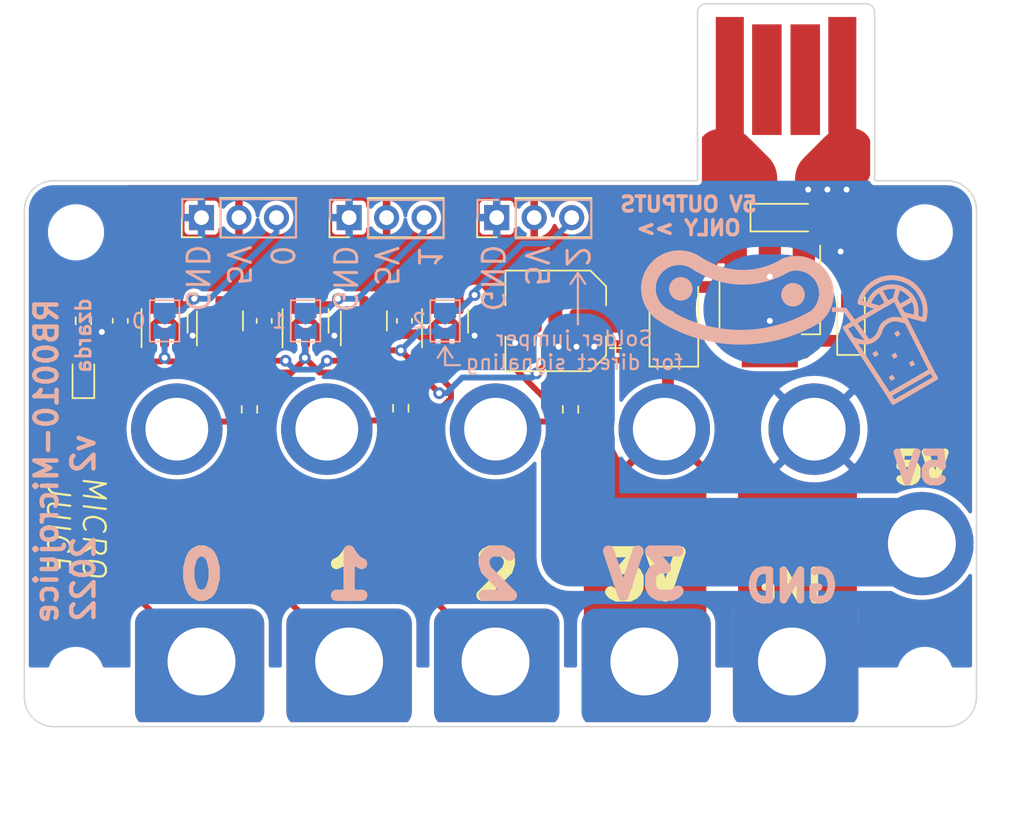
<source format=kicad_pcb>
(kicad_pcb (version 20211014) (generator pcbnew)
  (layers (0 "F.Cu" signal) (31 "B.Cu" signal) (34 "B.Paste" user) (35 "F.Paste" user) (36 "B.SilkS" user "B.Silkscreen") (37 "F.SilkS" user "F.Silkscreen") (38 "B.Mask" user) (39 "F.Mask" user) (44 "Edge.Cuts" user))
  (net 0 "")
  (net 1 "GND")
  (net 4 "+3V0")
  (net 5 "VBUS")
  (net 6 "Net-(H7-Pad1)")
  (net 7 "Net-(H8-Pad1)")
  (net 8 "Net-(H9-Pad1)")
  (net 10 "Net-(D4-Pad2)")
  (net 11 "Net-(D2-Pad1)")
  (net 12 "Net-(D2-Pad2)")
  (net 13 "Net-(D3-Pad2)")
  (net 14 "Net-(J3-Pad3)")
  (net 15 "Net-(C6-Pad1)")
  (net 16 "Net-(J4-Pad3)")
  (net 17 "Net-(JP3-Pad1)")
  (footprint "Resistor_SMD:R_0603_1608Metric" (layer "F.Cu") (at 115.5 115.425 90)
    (fp_text reference "R2" hide)
    (fp_text value "220")
    (pad "1" smd roundrect (at -0.825 0 90) (size 0.8 0.95) (layers "F.Cu" "F.Paste" "F.Mask") (net 7 "Net-(H8-Pad1)"))
    (pad "2" smd roundrect (at 0.825 0 90) (size 0.8 0.95) (layers "F.Cu" "F.Paste" "F.Mask") (net 12 "Net-(D2-Pad2)"))
  )
  (footprint "Package_TO_SOT_SMD:SOT-23" (layer "F.Cu") (at 113 109.5 90)
    (fp_text reference "D3" hide)
    (fp_text value "BAT54C")
    (pad "1" smd roundrect (at -0.9375 -0.95 90) (size 1.475 0.6) (layers "F.Cu" "F.Paste" "F.Mask"))
    (pad "2" smd roundrect (at -0.9375 0.95 90) (size 1.475 0.6) (layers "F.Cu" "F.Paste" "F.Mask") (net 13 "Net-(D3-Pad2)"))
    (pad "3" smd roundrect (at 0.9375 0 90) (size 1.475 0.6) (layers "F.Cu" "F.Paste" "F.Mask") (net 4 "+3V0"))
  )
  (footprint "footprints:SpuntDira" (layer "F.Cu") (at 150.8 124.6)
    (fp_text reference "H6" hide)
    (fp_text value "MountingHole_Pad")
    (pad "1" thru_hole circle (at 0 0) (size 7 7) (drill 4.6) (layers *.Cu *.Mask) (net 5 "VBUS"))
  )
  (footprint "Package_TO_SOT_SMD:SOT-23-5" (layer "F.Cu") (at 118.5 109.5 90)
    (fp_text reference "U4" hide)
    (fp_text value "74AHCT1G125")
    (pad "1" smd roundrect (at -1.1375 -0.95 90) (size 1.325 0.6) (layers "F.Cu" "F.Paste" "F.Mask") (net 1 "GND"))
    (pad "2" smd roundrect (at -1.1375 0 90) (size 1.325 0.6) (layers "F.Cu" "F.Paste" "F.Mask") (net 13 "Net-(D3-Pad2)"))
    (pad "3" smd roundrect (at -1.1375 0.95 90) (size 1.325 0.6) (layers "F.Cu" "F.Paste" "F.Mask") (net 1 "GND"))
    (pad "4" smd roundrect (at 1.1375 0.95 90) (size 1.325 0.6) (layers "F.Cu" "F.Paste" "F.Mask") (net 17 "Net-(JP3-Pad1)"))
    (pad "5" smd roundrect (at 1.1375 -0.95 90) (size 1.325 0.6) (layers "F.Cu" "F.Paste" "F.Mask") (net 5 "VBUS"))
  )
  (footprint "footprints:SpuntDira" (layer "F.Cu") (at 132 132.588)
    (fp_text reference "H10" hide)
    (fp_text value "MountingHole_Pad")
    (pad "1" thru_hole circle (at 0 0) (size 7 7) (drill 4.6) (layers *.Cu *.Mask) (net 4 "+3V0"))
  )
  (footprint "Capacitor_SMD:CP_Elec_6.3x5.4_Nichicon" (layer "F.Cu") (at 126 109.5 180)
    (fp_text reference "C1" hide)
    (fp_text value "100u")
    (pad "1" smd roundrect (at -2.7 0 180) (size 3.5 1.6) (layers "F.Cu" "F.Paste" "F.Mask") (roundrect_rratio 0.15625) (net 5 "VBUS"))
    (pad "2" smd roundrect (at 2.7 0 180) (size 3.5 1.6) (layers "F.Cu" "F.Paste" "F.Mask") (roundrect_rratio 0.15625) (net 1 "GND"))
  )
  (footprint "Package_TO_SOT_SMD:SOT-23" (layer "F.Cu") (at 103.25 109.5 90)
    (fp_text reference "D2" hide)
    (fp_text value "BAT54C")
    (pad "1" smd roundrect (at -0.9375 -0.95 90) (size 1.475 0.6) (layers "F.Cu" "F.Paste" "F.Mask") (net 11 "Net-(D2-Pad1)"))
    (pad "2" smd roundrect (at -0.9375 0.95 90) (size 1.475 0.6) (layers "F.Cu" "F.Paste" "F.Mask") (net 12 "Net-(D2-Pad2)"))
    (pad "3" smd roundrect (at 0.9375 0 90) (size 1.475 0.6) (layers "F.Cu" "F.Paste" "F.Mask") (net 4 "+3V0"))
  )
  (footprint "Diode_SMD:D_SMA" (layer "F.Cu") (at 134 109.2 90)
    (fp_text reference "D1" hide)
    (fp_text value "D")
    (pad "1" smd rect (at -2 0 90) (size 2.5 1.8) (layers "F.Cu" "F.Paste" "F.Mask") (net 4 "+3V0"))
    (pad "2" smd rect (at 2 0 90) (size 2.5 1.8) (layers "F.Cu" "F.Paste" "F.Mask") (net 15 "Net-(C6-Pad1)"))
  )
  (footprint "MountingHole:MountingHole_3.2mm_M3" (layer "F.Cu") (at 151 133.5)
    (fp_text reference "H12" hide)
    (fp_text value "MountingHole")
    (pad "" np_thru_hole circle (at 0 0) (size 3.2 3.2) (drill 3.2) (layers *.Cu *.Mask))
  )
  (footprint "footprints:SMTSO30" (layer "F.Cu") (at 121.92 116.84 180)
    (fp_text reference "H9" hide)
    (fp_text value "MountingHole_Pad")
    (pad "1" thru_hole circle (at 0 0 270) (size 6.2 6.2) (drill 4.25) (layers *.Cu *.Mask) (net 8 "Net-(H9-Pad1)"))
  )
  (footprint "Capacitor_SMD:C_0603_1608Metric" (layer "F.Cu") (at 96.5 109.5 90)
    (fp_text reference "C4" hide)
    (fp_text value "470n")
    (pad "1" smd roundrect (at -0.775 0 90) (size 0.9 0.95) (layers "F.Cu" "F.Paste" "F.Mask") (net 1 "GND"))
    (pad "2" smd roundrect (at 0.775 0 90) (size 0.9 0.95) (layers "F.Cu" "F.Paste" "F.Mask") (net 5 "VBUS"))
  )
  (footprint "MountingHole:MountingHole_3.2mm_M3" (layer "F.Cu") (at 93.5 133.5)
    (fp_text reference "H15" hide)
    (fp_text value "MountingHole")
    (pad "" np_thru_hole circle (at 0 0) (size 3.2 3.2) (drill 3.2) (layers *.Cu *.Mask))
  )
  (footprint "Capacitor_SMD:C_0603_1608Metric" (layer "F.Cu") (at 115.75 109.5 90)
    (fp_text reference "C5" hide)
    (fp_text value "470n")
    (pad "1" smd roundrect (at -0.775 0 90) (size 0.9 0.95) (layers "F.Cu" "F.Paste" "F.Mask") (net 1 "GND"))
    (pad "2" smd roundrect (at 0.775 0 90) (size 0.9 0.95) (layers "F.Cu" "F.Paste" "F.Mask") (net 5 "VBUS"))
  )
  (footprint "Capacitor_SMD:C_0603_1608Metric" (layer "F.Cu") (at 106.25 109.5 90)
    (fp_text reference "C3" hide)
    (fp_text value "470n")
    (pad "1" smd roundrect (at -0.775 0 90) (size 0.9 0.95) (layers "F.Cu" "F.Paste" "F.Mask") (net 1 "GND"))
    (pad "2" smd roundrect (at 0.775 0 90) (size 0.9 0.95) (layers "F.Cu" "F.Paste" "F.Mask") (net 5 "VBUS"))
  )
  (footprint "Connector_PinHeader_2.54mm:PinHeader_1x03_P2.54mm_Vertical" (layer "F.Cu") (at 122 102.5 90)
    (fp_text reference "J5" hide)
    (fp_text value "Conn_01x03_Male")
    (pad "1" thru_hole rect (at 0 0 90) (size 1.7 1.7) (drill 1) (layers *.Cu *.Mask) (net 1 "GND"))
    (pad "2" thru_hole oval (at 0 2.54 90) (size 1.7 1.7) (drill 1) (layers *.Cu *.Mask) (net 5 "VBUS"))
    (pad "3" thru_hole oval (at 0 5.08 90) (size 1.7 1.7) (drill 1) (layers *.Cu *.Mask) (net 17 "Net-(JP3-Pad1)"))
  )
  (footprint "Capacitor_Tantalum_SMD:CP_EIA-3216-18_Kemet-A" (layer "F.Cu") (at 146 109.5 90)
    (fp_text reference "C6" hide)
    (fp_text value "10u")
    (pad "1" smd roundrect (at -1.35 0 90) (size 1.4 1.35) (layers "F.Cu" "F.Paste" "F.Mask") (roundrect_rratio 0.185185) (net 15 "Net-(C6-Pad1)"))
    (pad "2" smd roundrect (at 1.35 0 90) (size 1.4 1.35) (layers "F.Cu" "F.Paste" "F.Mask") (roundrect_rratio 0.185185) (net 1 "GND"))
  )
  (footprint "Package_TO_SOT_SMD:SOT-23-5" (layer "F.Cu") (at 109.05 109.5 90)
    (fp_text reference "U3" hide)
    (fp_text value "74AHCT1G125")
    (pad "1" smd roundrect (at -1.1375 -0.95 90) (size 1.325 0.6) (layers "F.Cu" "F.Paste" "F.Mask") (net 1 "GND"))
    (pad "2" smd roundrect (at -1.1375 0 90) (size 1.325 0.6) (layers "F.Cu" "F.Paste" "F.Mask") (net 12 "Net-(D2-Pad2)"))
    (pad "3" smd roundrect (at -1.1375 0.95 90) (size 1.325 0.6) (layers "F.Cu" "F.Paste" "F.Mask") (net 1 "GND"))
    (pad "4" smd roundrect (at 1.1375 0.95 90) (size 1.325 0.6) (layers "F.Cu" "F.Paste" "F.Mask") (net 16 "Net-(J4-Pad3)"))
    (pad "5" smd roundrect (at 1.1375 -0.95 90) (size 1.325 0.6) (layers "F.Cu" "F.Paste" "F.Mask") (net 5 "VBUS"))
  )
  (footprint "Capacitor_Tantalum_SMD:CP_EIA-3216-18_Kemet-A" (layer "F.Cu") (at 141.5 102.5)
    (fp_text reference "C2" hide)
    (fp_text value "10u")
    (pad "1" smd roundrect (at -1.35 0) (size 1.4 1.35) (layers "F.Cu" "F.Paste" "F.Mask") (roundrect_rratio 0.185185) (net 5 "VBUS"))
    (pad "2" smd roundrect (at 1.35 0) (size 1.4 1.35) (layers "F.Cu" "F.Paste" "F.Mask") (roundrect_rratio 0.185185) (net 1 "GND"))
  )
  (footprint "Connector_PinHeader_2.54mm:PinHeader_1x03_P2.54mm_Vertical" (layer "F.Cu") (at 112 102.5 90)
    (fp_text reference "J4" hide)
    (fp_text value "Conn_01x03_Male")
    (pad "1" thru_hole rect (at 0 0 90) (size 1.7 1.7) (drill 1) (layers *.Cu *.Mask) (net 1 "GND"))
    (pad "2" thru_hole oval (at 0 2.54 90) (size 1.7 1.7) (drill 1) (layers *.Cu *.Mask) (net 5 "VBUS"))
    (pad "3" thru_hole oval (at 0 5.08 90) (size 1.7 1.7) (drill 1) (layers *.Cu *.Mask) (net 16 "Net-(J4-Pad3)"))
  )
  (footprint "Resistor_SMD:R_0603_1608Metric" (layer "F.Cu") (at 105.25 115.5 90)
    (fp_text reference "R1" hide)
    (fp_text value "220")
    (pad "1" smd roundrect (at -0.825 0 90) (size 0.8 0.95) (layers "F.Cu" "F.Paste" "F.Mask") (net 6 "Net-(H7-Pad1)"))
    (pad "2" smd roundrect (at 0.825 0 90) (size 0.8 0.95) (layers "F.Cu" "F.Paste" "F.Mask") (net 11 "Net-(D2-Pad1)"))
  )
  (footprint "Package_TO_SOT_SMD:SOT-223-3_TabPin2" (layer "F.Cu") (at 140.5 108.5 -90)
    (fp_text reference "U1" hide)
    (fp_text value "AMS1117-3.3")
    (pad "1" smd rect (at -3.15 -2.3 270) (size 2 1.5) (layers "F.Cu" "F.Paste" "F.Mask") (net 1 "GND"))
    (pad "2" smd rect (at -3.15 0 270) (size 2 1.5) (layers "F.Cu" "F.Paste" "F.Mask") (net 15 "Net-(C6-Pad1)"))
    (pad "2" smd rect (at 3.15 0 270) (size 2 3.8) (layers "F.Cu" "F.Paste" "F.Mask") (net 15 "Net-(C6-Pad1)"))
    (pad "3" smd rect (at -3.15 2.3 270) (size 2 1.5) (layers "F.Cu" "F.Paste" "F.Mask") (net 5 "VBUS"))
  )
  (footprint "MountingHole:MountingHole_3.2mm_M3" (layer "F.Cu") (at 151 103.5)
    (fp_text reference "H13" hide)
    (fp_text value "MountingHole")
    (pad "" np_thru_hole circle (at 0 0) (size 3.2 3.2) (drill 3.2) (layers *.Cu *.Mask))
  )
  (footprint "footprints:SMTSO30" (layer "F.Cu") (at 100.33 116.84 180)
    (fp_text reference "H7" hide)
    (fp_text value "MountingHole_Pad")
    (pad "1" thru_hole circle (at 0 0 270) (size 6.2 6.2) (drill 4.25) (layers *.Cu *.Mask) (net 6 "Net-(H7-Pad1)"))
  )
  (footprint "footprints:SMTSO30" (layer "F.Cu") (at 143.51 116.84)
    (fp_text reference "H5" hide)
    (fp_text value "MountingHole_Pad")
    (pad "1" thru_hole circle (at 0 0 90) (size 6.2 6.2) (drill 4.25) (layers *.Cu *.Mask) (net 1 "GND"))
  )
  (footprint "footprints:SpuntDira" (layer "F.Cu") (at 112 132.588)
    (fp_text reference "H2" hide)
    (fp_text value "MountingHole_Pad")
    (pad "1" thru_hole circle (at 0 0) (size 7 7) (drill 4.6) (layers *.Cu *.Mask) (net 12 "Net-(D2-Pad2)"))
  )
  (footprint "Package_TO_SOT_SMD:SOT-23-5" (layer "F.Cu") (at 99.5 109.5 90)
    (fp_text reference "U2" hide)
    (fp_text value "74AHCT1G125")
    (pad "1" smd roundrect (at -1.1375 -0.95 90) (size 1.325 0.6) (layers "F.Cu" "F.Paste" "F.Mask") (net 1 "GND"))
    (pad "2" smd roundrect (at -1.1375 0 90) (size 1.325 0.6) (layers "F.Cu" "F.Paste" "F.Mask") (net 11 "Net-(D2-Pad1)"))
    (pad "3" smd roundrect (at -1.1375 0.95 90) (size 1.325 0.6) (layers "F.Cu" "F.Paste" "F.Mask") (net 1 "GND"))
    (pad "4" smd roundrect (at 1.1375 0.95 90) (size 1.325 0.6) (layers "F.Cu" "F.Paste" "F.Mask") (net 14 "Net-(J3-Pad3)"))
    (pad "5" smd roundrect (at 1.1375 -0.95 90) (size 1.325 0.6) (layers "F.Cu" "F.Paste" "F.Mask") (net 5 "VBUS"))
  )
  (footprint "RoboCamp:usb-PCB" (layer "F.Cu") (at 141.6 88 180)
    (fp_text reference "J1" hide)
    (fp_text value "USB_A" hide)
    (pad "1" connect rect locked (at 3.81 -4.9 180) (size 1.9 8) (layers "F.Cu" "F.Mask") (net 5 "VBUS"))
    (pad "2" connect rect locked (at 1.3 -5.15 180) (size 2 7.5) (layers "F.Cu" "F.Mask"))
    (pad "3" connect rect locked (at -1.3 -5.15 180) (size 2 7.5) (layers "F.Cu" "F.Mask"))
    (pad "4" connect rect locked (at -3.81 -4.9 180) (size 1.9 8) (layers "F.Cu" "F.Mask") (net 1 "GND"))
  )
  (footprint "Resistor_SMD:R_0603_1608Metric" (layer "F.Cu") (at 94 109.5 -90)
    (fp_text reference "R4" hide)
    (fp_text value "4k7")
    (pad "1" smd roundrect (at -0.825 0 270) (size 0.8 0.95) (layers "F.Cu" "F.Paste" "F.Mask") (net 5 "VBUS"))
    (pad "2" smd roundrect (at 0.825 0 270) (size 0.8 0.95) (layers "F.Cu" "F.Paste" "F.Mask") (net 10 "Net-(D4-Pad2)"))
  )
  (footprint "footprints:SpuntDira" (layer "F.Cu") (at 142 132.588)
    (fp_text reference "H11" hide)
    (fp_text value "MountingHole_Pad")
    (pad "1" thru_hole circle (at 0 0) (size 7 7) (drill 4.6) (layers *.Cu *.Mask) (net 1 "GND"))
  )
  (footprint "footprints:SpuntDira" (layer "F.Cu") (at 102 132.588)
    (fp_text reference "H1" hide)
    (fp_text value "MountingHole_Pad")
    (pad "1" thru_hole circle (at 0 0) (size 7 7) (drill 4.6) (layers *.Cu *.Mask) (net 11 "Net-(D2-Pad1)"))
  )
  (footprint "LED_SMD:LED_0603_1608Metric" (layer "F.Cu") (at 94 113.25 90)
    (fp_text reference "D4" hide)
    (fp_text value "Yellow")
    (pad "1" smd roundrect (at -0.7875 0 90) (size 0.875 0.95) (layers "F.Cu" "F.Paste" "F.Mask") (net 1 "GND"))
    (pad "2" smd roundrect (at 0.7875 0 90) (size 0.875 0.95) (layers "F.Cu" "F.Paste" "F.Mask") (net 10 "Net-(D4-Pad2)"))
  )
  (footprint "Connector_PinHeader_2.54mm:PinHeader_1x03_P2.54mm_Vertical" (layer "F.Cu") (at 102 102.5 90)
    (fp_text reference "J3" hide)
    (fp_text value "Conn_01x03_Male")
    (pad "1" thru_hole rect (at 0 0 90) (size 1.7 1.7) (drill 1) (layers *.Cu *.Mask) (net 1 "GND"))
    (pad "2" thru_hole oval (at 0 2.54 90) (size 1.7 1.7) (drill 1) (layers *.Cu *.Mask) (net 5 "VBUS"))
    (pad "3" thru_hole oval (at 0 5.08 90) (size 1.7 1.7) (drill 1) (layers *.Cu *.Mask) (net 14 "Net-(J3-Pad3)"))
  )
  (footprint "footprints:SMTSO30" (layer "F.Cu") (at 110.49 116.84 180)
    (fp_text reference "H8" hide)
    (fp_text value "MountingHole_Pad")
    (pad "1" thru_hole circle (at 0 0 270) (size 6.2 6.2) (drill 4.25) (layers *.Cu *.Mask) (net 7 "Net-(H8-Pad1)"))
  )
  (footprint "Resistor_SMD:R_0603_1608Metric" (layer "F.Cu") (at 127 115.5 90)
    (fp_text reference "R3" hide)
    (fp_text value "220")
    (pad "1" smd roundrect (at -0.825 0 90) (size 0.8 0.95) (layers "F.Cu" "F.Paste" "F.Mask") (net 8 "Net-(H9-Pad1)"))
    (pad "2" smd roundrect (at 0.825 0 90) (size 0.8 0.95) (layers "F.Cu" "F.Paste" "F.Mask") (net 13 "Net-(D3-Pad2)"))
  )
  (footprint "footprints:SpuntDira" (layer "F.Cu") (at 121.92 132.588)
    (fp_text reference "H3" hide)
    (fp_text value "MountingHole_Pad")
    (pad "1" thru_hole circle (at 0 0) (size 7 7) (drill 4.6) (layers *.Cu *.Mask) (net 13 "Net-(D3-Pad2)"))
  )
  (footprint "MountingHole:MountingHole_3.2mm_M3" (layer "F.Cu") (at 93.5 103.5)
    (fp_text reference "H14" hide)
    (fp_text value "MountingHole")
    (pad "" np_thru_hole circle (at 0 0) (size 3.2 3.2) (drill 3.2) (layers *.Cu *.Mask))
  )
  (footprint "footprints:SMTSO30" (layer "F.Cu") (at 133.35 116.84)
    (fp_text reference "H4" hide)
    (fp_text value "MountingHole_Pad")
    (pad "1" thru_hole circle (at 0 0 90) (size 6.2 6.2) (drill 4.25) (layers *.Cu *.Mask) (net 4 "+3V0"))
  )
  (footprint "Jumper:SolderJumper-2_P1.3mm_Open_TrianglePad1.0x1.5mm" (layer "B.Cu") (at 99.5 109.5 -90)
    (fp_text reference "JP1" hide)
    (fp_text value "SolderJumper_2_Open")
    (pad "1" smd custom (at -0.725 0 270) (size 0.3 0.3) (layers "B.Cu" "B.Mask") (net 14 "Net-(J3-Pad3)") (options (clearance outline) (anchor rect)) (primitives (gr_poly (pts (xy 1 0) (xy 0.5 -0.75) (xy -0.5 -0.75) (xy -0.5 0.75) (xy 0.5 0.75)) (width 0) (fill yes))))
    (pad "2" smd custom (at 0.725 0 270) (size 0.3 0.3) (layers "B.Cu" "B.Mask") (net 11 "Net-(D2-Pad1)") (options (clearance outline) (anchor rect)) (primitives (gr_poly (pts (xy 0.5 -0.75) (xy -0.65 -0.75) (xy -0.15 0) (xy -0.65 0.75) (xy 0.5 0.75)) (width 0) (fill yes))))
  )
  (footprint "LOGO" (layer "B.Cu") (at 149.07196 110.479197 -150)
    (fp_text reference "Gw" hide)
    (fp_text value "LOGO" hide)
  )
  (footprint "Jumper:SolderJumper-2_P1.3mm_Open_TrianglePad1.0x1.5mm" (layer "B.Cu") (at 109.05 109.5 -90)
    (fp_text reference "JP2" hide)
    (fp_text value "SolderJumper_2_Open")
    (pad "1" smd custom (at -0.725 0 270) (size 0.3 0.3) (layers "B.Cu" "B.Mask") (net 16 "Net-(J4-Pad3)") (options (clearance outline) (anchor rect)) (primitives (gr_poly (pts (xy 1 0) (xy 0.5 -0.75) (xy -0.5 -0.75) (xy -0.5 0.75) (xy 0.5 0.75)) (width 0) (fill yes))))
    (pad "2" smd custom (at 0.725 0 270) (size 0.3 0.3) (layers "B.Cu" "B.Mask") (net 12 "Net-(D2-Pad2)") (options (clearance outline) (anchor rect)) (primitives (gr_poly (pts (xy 0.5 -0.75) (xy -0.65 -0.75) (xy -0.15 0) (xy -0.65 0.75) (xy 0.5 0.75)) (width 0) (fill yes))))
  )
  (footprint "Jumper:SolderJumper-2_P1.3mm_Open_TrianglePad1.0x1.5mm" (layer "B.Cu") (at 118.5 109.5 -90)
    (fp_text reference "JP3" hide)
    (fp_text value "SolderJumper_2_Open")
    (pad "1" smd custom (at -0.725 0 270) (size 0.3 0.3) (layers "B.Cu" "B.Mask") (net 17 "Net-(JP3-Pad1)") (options (clearance outline) (anchor rect)) (primitives (gr_poly (pts (xy 1 0) (xy 0.5 -0.75) (xy -0.5 -0.75) (xy -0.5 0.75) (xy 0.5 0.75)) (width 0) (fill yes))))
    (pad "2" smd custom (at 0.725 0 270) (size 0.3 0.3) (layers "B.Cu" "B.Mask") (net 13 "Net-(D3-Pad2)") (options (clearance outline) (anchor rect)) (primitives (gr_poly (pts (xy 0.5 -0.75) (xy -0.65 -0.75) (xy -0.15 0) (xy -0.65 0.75) (xy 0.5 0.75)) (width 0) (fill yes))))
  )
  (gr_circle (center 134.47196 107.329197) (end 134.07196 107.329197) (layer "B.SilkS") (width 0.8) (fill none))
  (gr_line (start 118.5 111.25) (end 118 112) (layer "B.SilkS") (width 0.15))
  (gr_arc (start 133.67196 109.279197) (mid 132.540255 106.294922) (end 135.67196 105.679197) (layer "B.SilkS") (width 1))
  (gr_line (start 120.7 101.3) (end 120.7 102.6) (layer "B.SilkS") (width 0.15))
  (gr_line (start 100.7 101.25) (end 100.7 102.55) (layer "B.SilkS") (width 0.15))
  (gr_line (start 118.5 112.5) (end 118.5 111.25) (layer "B.SilkS") (width 0.15))
  (gr_line (start 108.4 103.85) (end 103.3 103.85) (layer "B.SilkS") (width 0.15))
  (gr_line (start 113.3 101.3) (end 113.3 103.9) (layer "B.SilkS") (width 0.15))
  (gr_circle (center 142.07196 107.729197) (end 141.67196 107.729197) (layer "B.SilkS") (width 0.8) (fill none))
  (gr_arc (start 141.57196 105.729197) (mid 144.061632 106.62798) (end 143.57196 109.229197) (layer "B.SilkS") (width 1))
  (gr_line (start 103.3 101.25) (end 103.3 103.85) (layer "B.SilkS") (width 0.15))
  (gr_line (start 128.4 101.3) (end 123.3 101.3) (layer "B.SilkS") (width 0.15))
  (gr_line (start 127.5 106.25) (end 127 107) (layer "B.SilkS") (width 0.15))
  (gr_line (start 108.4 101.25) (end 108.4 103.85) (layer "B.SilkS") (width 0.15))
  (gr_arc (start 141.57196 105.729197) (mid 138.72888 106.543692) (end 135.87196 105.779197) (layer "B.SilkS") (width 1))
  (gr_line (start 122.1 101.3) (end 120.7 101.3) (layer "B.SilkS") (width 0.15))
  (gr_line (start 118.4 103.9) (end 113.3 103.9) (layer "B.SilkS") (width 0.15))
  (gr_line (start 123.3 101.3) (end 123.3 103.9) (layer "B.SilkS") (width 0.15))
  (gr_line (start 128.4 103.9) (end 123.3 103.9) (layer "B.SilkS") (width 0.15))
  (gr_line (start 127.5 109.75) (end 127.5 106.25) (layer "B.SilkS") (width 0.15))
  (gr_line (start 102.1 101.25) (end 100.7 101.25) (layer "B.SilkS") (width 0.15))
  (gr_line (start 119.5 112.5) (end 118.5 112.5) (layer "B.SilkS") (width 0.15))
  (gr_line (start 118.4 101.3) (end 113.3 101.3) (layer "B.SilkS") (width 0.15))
  (gr_arc (start 143.57196 109.229197) (mid 138.57874 110.609902) (end 133.57196 109.279197) (layer "B.SilkS") (width 1))
  (gr_line (start 108.4 101.25) (end 103.3 101.25) (layer "B.SilkS") (width 0.15))
  (gr_line (start 118.4 101.3) (end 118.4 103.9) (layer "B.SilkS") (width 0.15))
  (gr_line (start 110.7 101.3) (end 110.7 102.6) (layer "B.SilkS") (width 0.15))
  (gr_line (start 128.4 101.3) (end 128.4 103.9) (layer "B.SilkS") (width 0.15))
  (gr_line (start 112.1 101.3) (end 110.7 101.3) (layer "B.SilkS") (width 0.15))
  (gr_line (start 127.5 106.25) (end 128 107) (layer "B.SilkS") (width 0.15))
  (gr_line (start 118.5 111.25) (end 119 112) (layer "B.SilkS") (width 0.15))
  (gr_arc (start 135.6 88.6) (mid 135.775736 88.175736) (end 136.2 88) (layer "Edge.Cuts") (width 0.1))
  (gr_line (start 147.6 88.6) (end 147.6 100) (layer "Edge.Cuts") (width 0.1))
  (gr_arc (start 90 102) (mid 90.585786 100.585786) (end 92 100) (layer "Edge.Cuts") (width 0.1))
  (gr_line (start 136.2 88) (end 147 88) (layer "Edge.Cuts") (width 0.1))
  (gr_line (start 147.6 100) (end 152.5 100) (layer "Edge.Cuts") (width 0.1))
  (gr_arc (start 147 88) (mid 147.424264 88.175736) (end 147.6 88.6) (layer "Edge.Cuts") (width 0.1))
  (gr_arc (start 152.5 100) (mid 153.914214 100.585786) (end 154.5 102) (layer "Edge.Cuts") (width 0.1))
  (gr_line (start 152.5 137) (end 92 137) (layer "Edge.Cuts") (width 0.1))
  (gr_arc (start 154.5 135) (mid 153.914214 136.414214) (end 152.5 137) (layer "Edge.Cuts") (width 0.1))
  (gr_arc (start 92 137) (mid 90.585786 136.414214) (end 90 135) (layer "Edge.Cuts") (width 0.1))
  (gr_line (start 92 100) (end 135.6 100) (layer "Edge.Cuts") (width 0.1))
  (gr_line (start 135.6 100) (end 135.6 88.6) (layer "Edge.Cuts") (width 0.1))
  (gr_line (start 90 135) (end 90 102) (layer "Edge.Cuts") (width 0.1))
  (gr_line (start 154.5 102) (end 154.5 135) (layer "Edge.Cuts") (width 0.1))
  (gr_text "2022" (at 94 127 90) (layer "B.SilkS") (effects (font (size 1.5 1.5) (thickness 0.3)) (justify mirror)))
  (gr_text "GND" (at 121.7 106.6 270) (layer "B.SilkS") (effects (font (size 1.5 1.5) (thickness 0.2)) (justify mirror)))
  (gr_text "2" (at 122 126.75) (layer "B.SilkS") (effects (font (size 3 3) (thickness 0.75)) (justify mirror)))
  (gr_text "5V OUTPUTS\nONLY >>" (at 135 102.4) (layer "B.SilkS") (effects (font (size 1 1) (thickness 0.25)) (justify mirror)))
  (gr_text "GND" (at 142 127.5) (layer "B.SilkS") (effects (font (size 2 2) (thickness 0.5)) (justify mirror)))
  (gr_text "GND" (at 111.7 106.65 270) (layer "B.SilkS") (effects (font (size 1.5 1.5) (thickness 0.2)) (justify mirror)))
  (gr_text "5V" (at 114.5 105.8 270) (layer "B.SilkS") (effects (font (size 1.5 1.5) (thickness 0.2)) (justify mirror)))
  (gr_text "3V" (at 132 126.75) (layer "B.SilkS") (effects (font (size 3 3) (thickness 0.75)) (justify mirror)))
  (gr_text "dzarda" (at 94 110.5 90) (layer "B.SilkS") (effects (font (size 1 1) (thickness 0.2)) (justify mirror)))
  (gr_text "0" (at 97.75 109.5) (layer "B.SilkS") (effects (font (size 1 1)) (justify mirror)))
  (gr_text "GND" (at 101.7 106.6 270) (layer "B.SilkS") (effects (font (size 1.5 1.5) (thickness 0.2)) (justify mirror)))
  (gr_text "0" (at 102 126.75) (layer "B.SilkS") (effects (font (size 3 3) (thickness 0.75)) (justify mirror)))
  (gr_text "2" (at 127.45 105.15 270) (layer "B.SilkS") (effects (font (size 1.5 1.5) (thickness 0.2)) (justify mirror)))
  (gr_text "5V" (at 124.7 105.8 270) (layer "B.SilkS") (effects (font (size 1.5 1.5) (thickness 0.2)) (justify mirror)))
  (gr_text "Solder jumper\nfor direct signaling" (at 127.25 111.5) (layer "B.SilkS") (effects (font (size 1 1)) (justify mirror)))
  (gr_text "5V" (at 150.75 119.5) (layer "B.SilkS") (effects (font (size 2 2) (thickness 0.5)) (justify mirror)))
  (gr_text "v2" (at 94 118.5 90) (layer "B.SilkS") (effects (font (size 1.5 1.5) (thickness 0.3)) (justify mirror)))
  (gr_text "5V" (at 104.5 105.75 270) (layer "B.SilkS") (effects (font (size 1.5 1.5) (thickness 0.2)) (justify mirror)))
  (gr_text "RB0010-Microjuice" (at 91.5 119 90) (layer "B.SilkS") (effects (font (size 1.5 1.5) (thickness 0.3)) (justify mirror)))
  (gr_text "1" (at 112 126.75) (layer "B.SilkS") (effects (font (size 3 3) (thickness 0.75)) (justify mirror)))
  (gr_text "1" (at 117.45 105.15 270) (layer "B.SilkS") (effects (font (size 1.5 1.5) (thickness 0.2)) (justify mirror)))
  (gr_text "0" (at 107.45 105.1 270) (layer "B.SilkS") (effects (font (size 1.5 1.5) (thickness 0.2)) (justify mirror)))
  (gr_text "2" (at 116.75 109.5) (layer "B.SilkS") (effects (font (size 1 1)) (justify mirror)))
  (gr_text "1" (at 107.25 109.5) (layer "B.SilkS") (effects (font (size 1 1)) (justify mirror)))
  (gr_text "0" (at 102 126.75) (layer "F.SilkS") (effects (font (size 3 3) (thickness 0.75))))
  (gr_text "GND" (at 142 127.5) (layer "F.SilkS") (effects (font (size 2 2) (thickness 0.5))))
  (gr_text "1" (at 112 126.75) (layer "F.SilkS") (effects (font (size 3 3) (thickness 0.75))))
  (gr_text "2" (at 122 126.75) (layer "F.SilkS") (effects (font (size 3 3) (thickness 0.75))))
  (gr_text "5V" (at 150.75 119.5) (layer "F.SilkS") (effects (font (size 2 2) (thickness 0.5))))
  (gr_text "MICRO\nJUICE" (at 93.5 123.5 270) (layer "F.SilkS") (effects (font (size 1.5 1.5) (thickness 0.15) italic)))
  (gr_text "3V" (at 132 126.8) (layer "F.SilkS") (effects (font (size 3 3) (thickness 0.75))))
  (segment (start 142.8 102.8) (end 142.8 105.35) (width 0.8) (layer "F.Cu") (net 1))
  (segment (start 119.026069 109.5) (end 119.45 109.923931) (width 0.4) (layer "F.Cu") (net 1))
  (segment (start 97.275 110.275) (end 97.6375 110.6375) (width 0.4) (layer "F.Cu") (net 1))
  (segment (start 100.45 109.95) (end 100.45 110.6375) (width 0.4) (layer "F.Cu") (net 1))
  (segment (start 106.975 110.275) (end 107 110.25) (width 0.4) (layer "F.Cu") (net 1))
  (segment (start 94 114.0375) (end 94.4625 114.0375) (width 0.4) (layer "F.Cu") (net 1))
  (segment (start 145.3 104.8) (end 146 105.5) (width 0.8) (layer "F.Cu") (net 1))
  (segment (start 96.5 110.275) (end 97.275 110.275) (width 0.4) (layer "F.Cu") (net 1))
  (segment (start 120.5 110.5) (end 120.3625 110.6375) (width 0.4) (layer "F.Cu") (net 1))
  (segment (start 107 110.25) (end 107.3875 110.6375) (width 0.4) (layer "F.Cu") (net 1))
  (segment (start 95.25 113.25) (end 95.25 110.25) (width 0.4) (layer "F.Cu") (net 1))
  (segment (start 100.45 110.6375) (end 101.263 110.6375) (width 0.4) (layer "F.Cu") (net 1))
  (segment (start 123.3 110.95) (end 123.3 109.5) (width 0.8) (layer "F.Cu") (net 1))
  (segment (start 117.55 109.95) (end 118 109.5) (width 0.4) (layer "F.Cu") (net 1))
  (segment (start 146 105.5) (end 146 108.15) (width 0.8) (layer "F.Cu") (net 1))
  (segment (start 110 110.6375) (end 110 110) (width 0.4) (layer "F.Cu") (net 1))
  (segment (start 98.55 110.6375) (end 98.55 109.923931) (width 0.4) (layer "F.Cu") (net 1))
  (segment (start 98.55 109.923931) (end 98.973931 109.5) (width 0.4) (layer "F.Cu") (net 1))
  (segment (start 109.5 109.5) (end 108.5 109.5) (width 0.4) (layer "F.Cu") (net 1))
  (segment (start 120.3625 110.6375) (end 119.45 110.6375) (width 0.4) (layer "F.Cu") (net 1))
  (segment (start 101.263 110.6375) (end 101.4005 110.5) (width 0.4) (layer "F.Cu") (net 1))
  (segment (start 142.85 102.75) (end 142.8 102.8) (width 0.8) (layer "F.Cu") (net 1))
  (segment (start 142.85 102.5) (end 142.85 102.75) (width 0.8) (layer "F.Cu") (net 1))
  (segment (start 145.3 104.8) (end 143.35 104.8) (width 0.8) (layer "F.Cu") (net 1))
  (segment (start 100 109.5) (end 100.45 109.95) (width 0.4) (layer "F.Cu") (net 1))
  (segment (start 108.5 109.5) (end 108.1 109.9) (width 0.4) (layer "F.Cu") (net 1))
  (segment (start 106.25 110.275) (end 106.975 110.275) (width 0.4) (layer "F.Cu") (net 1))
  (segment (start 98.973931 109.5) (end 100 109.5) (width 0.4) (layer "F.Cu") (net 1))
  (segment (start 97.6375 110.6375) (end 98.55 110.6375) (width 0.4) (layer "F.Cu") (net 1))
  (segment (start 107.3875 110.6375) (end 108.1 110.6375) (width 0.4) (layer "F.Cu") (net 1))
  (segment (start 121.5 109.5) (end 120.5 110.5) (width 0.8) (layer "F.Cu") (net 1))
  (segment (start 123.3 109.5) (end 121.5 109.5) (width 0.8) (layer "F.Cu") (net 1))
  (segment (start 108.1 109.9) (end 108.1 110.6375) (width 0.4) (layer "F.Cu") (net 1))
  (segment (start 117.55 110.6375) (end 117.55 109.95) (width 0.4) (layer "F.Cu") (net 1))
  (segment (start 94.4625 114.0375) (end 95.25 113.25) (width 0.4) (layer "F.Cu") (net 1))
  (segment (start 95.275 110.275) (end 96.5 110.275) (width 0.4) (layer "F.Cu") (net 1))
  (segment (start 143.35 104.8) (end 142.8 105.35) (width 0.8) (layer "F.Cu") (net 1))
  (segment (start 110.8625 110.6375) (end 110 110.6375) (width 0.4) (layer "F.Cu") (net 1))
  (segment (start 111 110.5) (end 110.8625 110.6375) (width 0.4) (layer "F.Cu") (net 1))
  (segment (start 118 109.5) (end 119.026069 109.5) (width 0.4) (layer "F.Cu") (net 1))
  (segment (start 116.5 110.275) (end 116.8625 110.6375) (width 0.4) (layer "F.Cu") (net 1))
  (segment (start 110 110) (end 109.5 109.5) (width 0.4) (layer "F.Cu") (net 1))
  (segment (start 115.75 110.275) (end 116.5 110.275) (width 0.4) (layer "F.Cu") (net 1))
  (segment (start 116.8625 110.6375) (end 117.55 110.6375) (width 0.4) (layer "F.Cu") (net 1))
  (segment (start 119.45 109.923931) (end 119.45 110.6375) (width 0.4) (layer "F.Cu") (net 1))
  (segment (start 95.25 110.25) (end 95.275 110.275) (width 0.4) (layer "F.Cu") (net 1))
  (segment (start 123.25 111) (end 123.3 110.95) (width 0.8) (layer "F.Cu") (net 1))
  (via (at 101.4005 110.5) (size 0.8) (drill 0.4) (layers "F.Cu" "B.Cu") (net 1))
  (via (at 145.7 100.6) (size 0.8) (drill 0.4) (layers "F.Cu" "B.Cu") (net 1))
  (via (at 120.5 110.5) (size 0.8) (drill 0.4) (layers "F.Cu" "B.Cu") (net 1))
  (via (at 123.25 111) (size 0.8) (drill 0.4) (layers "F.Cu" "B.Cu") (net 1))
  (via (at 145.3 104.8) (size 0.8) (drill 0.4) (layers "F.Cu" "B.Cu") (net 1))
  (via (at 111 110.5) (size 0.8) (drill 0.4) (layers "F.Cu" "B.Cu") (net 1))
  (via (at 95.25 110.25) (size 0.8) (drill 0.4) (layers "F.Cu" "B.Cu") (net 1))
  (via (at 143.1 100.6) (size 0.8) (drill 0.4) (layers "F.Cu" "B.Cu") (net 1))
  (via (at 144.4 100.6) (size 0.8) (drill 0.4) (layers "F.Cu" "B.Cu") (net 1))
  (segment (start 133.6 111.6) (end 133.6 116.59) (width 0.8) (layer "F.Cu") (net 4))
  (segment (start 114.3 113) (end 113 111.7) (width 0.4) (layer "F.Cu") (net 4))
  (segment (start 131.127832 112.172168) (end 132.1 111.2) (width 0.4) (layer "F.Cu") (net 4))
  (segment (start 112.7 112.2) (end 113 111.9) (width 0.4) (layer "F.Cu") (net 4))
  (segment (start 110.5 112.2) (end 112.7 112.2) (width 0.4) (layer "F.Cu") (net 4))
  (segment (start 104.4625 108.5625) (end 103.25 108.5625) (width 0.4) (layer "F.Cu") (net 4))
  (segment (start 134 111.2) (end 133.6 111.6) (width 0.8) (layer "F.Cu") (net 4))
  (segment (start 113 111.7) (end 113 111.3) (width 0.4) (layer "F.Cu") (net 4))
  (segment (start 125.577832 112.172168) (end 131.127832 112.172168) (width 0.4) (layer "F.Cu") (net 4))
  (segment (start 116.7 113) (end 114.3 113) (width 0.4) (layer "F.Cu") (net 4))
  (segment (start 113 111.9) (end 113 111.3) (width 0.4) (layer "F.Cu") (net 4))
  (segment (start 107.7 112.2005) (end 106.5005 112.2005) (width 0.4) (layer "F.Cu") (net 4))
  (segment (start 133.6 116.59) (end 133.35 116.84) (width 0.8) (layer "F.Cu") (net 4))
  (segment (start 132.1 111.2) (end 134 111.2) (width 0.4) (layer "F.Cu") (net 4))
  (segment (start 113 111.002138) (end 113 108.5625) (width 0.4) (layer "F.Cu") (net 4))
  (segment (start 105.1 109.2) (end 104.4625 108.5625) (width 0.4) (layer "F.Cu") (net 4))
  (segment (start 124.690332 113.059668) (end 125.577832 112.172168) (width 0.4) (layer "F.Cu") (net 4))
  (segment (start 113 111.3) (end 113 111.002138) (width 0.4) (layer "F.Cu") (net 4))
  (segment (start 106.5005 112.2005) (end 105.1 110.8) (width 0.4) (layer "F.Cu") (net 4))
  (segment (start 118.1 114.4) (end 116.7 113) (width 0.4) (layer "F.Cu") (net 4))
  (segment (start 105.1 110.8) (end 105.1 109.2) (width 0.4) (layer "F.Cu") (net 4))
  (via (at 110.5 112.2) (size 0.8) (drill 0.4) (layers "F.Cu" "B.Cu") (net 4))
  (via (at 118.1 114.4) (size 0.8) (drill 0.4) (layers "F.Cu" "B.Cu") (net 4))
  (via (at 107.7 112.2005) (size 0.8) (drill 0.4) (layers "F.Cu" "B.Cu") (net 4))
  (via (at 124.690332 113.059668) (size 0.8) (drill 0.4) (layers "F.Cu" "B.Cu") (net 4))
  (segment (start 108.299011 112.799511) (end 109.900489 112.799511) (width 0.4) (layer "B.Cu") (net 4))
  (segment (start 119.659511 113.340489) (end 118.6 114.4) (width 0.4) (layer "B.Cu") (net 4))
  (segment (start 118.6 114.4) (end 118.1 114.4) (width 0.4) (layer "B.Cu") (net 4))
  (segment (start 124.409511 113.340489) (end 119.659511 113.340489) (width 0.4) (layer "B.Cu") (net 4))
  (segment (start 124.690332 113.059668) (end 124.409511 113.340489) (width 0.4) (layer "B.Cu") (net 4))
  (segment (start 109.900489 112.799511) (end 110.5 112.2) (width 0.4) (layer "B.Cu") (net 4))
  (segment (start 107.7 112.2005) (end 108.299011 112.799511) (width 0.4) (layer "B.Cu") (net 4))
  (segment (start 106.275 108.75) (end 107 108.75) (width 0.4) (layer "F.Cu") (net 5))
  (segment (start 106.25 108.725) (end 106.275 108.75) (width 0.4) (layer "F.Cu") (net 5))
  (segment (start 116.3875 108.725) (end 116.75 108.3625) (width 0.4) (layer "F.Cu") (net 5))
  (segment (start 94 108.675) (end 96.45 108.675) (width 0.4) (layer "F.Cu") (net 5))
  (segment (start 107 108.75) (end 107.3875 108.3625) (width 0.4) (layer "F.Cu") (net 5))
  (segment (start 97.275 108.725) (end 97.6375 108.3625) (width 0.4) (layer "F.Cu") (net 5))
  (segment (start 96.45 108.675) (end 96.5 108.725) (width 0.4) (layer "F.Cu") (net 5))
  (segment (start 97.6375 108.3625) (end 98.55 108.3625) (width 0.4) (layer "F.Cu") (net 5))
  (segment (start 115.75 108.725) (end 116.3875 108.725) (width 0.4) (layer "F.Cu") (net 5))
  (segment (start 116.75 108.3625) (end 117.55 108.3625) (width 0.4) (layer "F.Cu") (net 5))
  (segment (start 117.55 108.3625) (end 117.55 106.7) (width 0.4) (layer "F.Cu") (net 5))
  (segment (start 96.5 108.725) (end 97.275 108.725) (width 0.4) (layer "F.Cu") (net 5))
  (segment (start 107.3875 108.3625) (end 108.1 108.3625) (width 0.4) (layer "F.Cu") (net 5))
  (segment (start 98.55 108.3625) (end 98.55 106.45) (width 0.4) (layer "F.Cu") (net 5))
  (segment (start 108.1 108.3625) (end 108.1 106.4) (width 0.4) (layer "F.Cu") (net 5))
  (via (at 127.4 111.25) (size 0.8) (drill 0.4) (layers "F.Cu" "B.Cu") (net 5))
  (via (at 126.2 111.25) (size 0.8) (drill 0.4) (layers "F.Cu" "B.Cu") (net 5))
  (via (at 128.6 111.25) (size 0.8) (drill 0.4) (layers "F.Cu" "B.Cu") (net 5))
  (segment (start 103.205 116.675) (end 103.04 116.84) (width 0.4) (layer "F.Cu") (net 6))
  (segment (start 100.845 116.325) (end 105.25 116.325) (width 0.4) (layer "F.Cu") (net 6))
  (segment (start 103.04 116.84) (end 100.33 116.84) (width 0.4) (layer "F.Cu") (net 6))
  (segment (start 100.175 116.685) (end 100.33 116.84) (width 0.4) (layer "F.Cu") (net 6))
  (segment (start 100.33 116.84) (end 100.845 116.325) (width 0.4) (layer "F.Cu") (net 6))
  (segment (start 110.49 116.84) (end 111.08 116.25) (width 0.4) (layer "F.Cu") (net 7))
  (segment (start 111.08 116.25) (end 115.5 116.25) (width 0.4) (layer "F.Cu") (net 7))
  (segment (start 119.59 116.84) (end 121.92 116.84) (width 0.4) (layer "F.Cu") (net 8))
  (segment (start 121.92 116.84) (end 122.435 116.325) (width 0.4) (layer "F.Cu") (net 8))
  (segment (start 122.435 116.325) (end 127 116.325) (width 0.4) (layer "F.Cu") (net 8))
  (segment (start 94 112.4625) (end 94 110.325) (width 0.4) (layer "F.Cu") (net 10))
  (segment (start 99.5 112) (end 99.75 112.25) (width 0.4) (layer "F.Cu") (net 11))
  (segment (start 96 114) (end 96 126.588) (width 0.4) (layer "F.Cu") (net 11))
  (segment (start 97.75 112.25) (end 96 114) (width 0.4) (layer "F.Cu") (net 11))
  (segment (start 96 126.588) (end 102 132.588) (width 0.4) (layer "F.Cu") (net 11))
  (segment (start 105.25 114.15) (end 103.35 112.25) (width 0.4) (layer "F.Cu") (net 11))
  (segment (start 99.5 112) (end 99.25 112.25) (width 0.4) (layer "F.Cu") (net 11))
  (segment (start 99.5 110.6375) (end 99.5 112) (width 0.4) (layer "F.Cu") (net 11))
  (segment (start 103.35 112.25) (end 102.75 112.25) (width 0.4) (layer "F.Cu") (net 11))
  (segment (start 102.3 111.8) (end 102.3 110.4375) (width 0.4) (layer "F.Cu") (net 11))
  (segment (start 102.75 112.25) (end 102.3 111.8) (width 0.4) (layer "F.Cu") (net 11))
  (segment (start 105.25 114.675) (end 105.25 114.15) (width 0.4) (layer "F.Cu") (net 11))
  (segment (start 99.75 112.25) (end 101.85 112.25) (width 0.4) (layer "F.Cu") (net 11))
  (segment (start 99.25 112.25) (end 97.75 112.25) (width 0.4) (layer "F.Cu") (net 11))
  (segment (start 101.85 112.25) (end 102.3 111.8) (width 0.4) (layer "F.Cu") (net 11))
  (via (at 99.5 112) (size 0.8) (drill 0.4) (layers "F.Cu" "B.Cu") (net 11))
  (segment (start 99.5 110.225) (end 99.5 112) (width 0.4) (layer "B.Cu") (net 11))
  (segment (start 105.75 113) (end 104.2 111.45) (width 0.4) (layer "F.Cu") (net 12))
  (segment (start 113.9 114.6) (end 115.5 114.6) (width 0.4) (layer "F.Cu") (net 12))
  (segment (start 109 112.1) (end 108.1 113) (width 0.4) (layer "F.Cu") (net 12))
  (segment (start 109.05 111.95) (end 109 112) (width 0.4) (layer "F.Cu") (net 12))
  (segment (start 109 112) (end 110 113) (width 0.4) (layer "F.Cu") (net 12))
  (segment (start 106.5 114.6) (end 106.5 127.088) (width 0.4) (layer "F.Cu") (net 12))
  (segment (start 108.1 113) (end 105.75 113) (width 0.4) (layer "F.Cu") (net 12))
  (segment (start 109.05 110.6375) (end 109.05 111.95) (width 0.4) (layer "F.Cu") (net 12))
  (segment (start 104.2 111.45) (end 104.2 110.4375) (width 0.4) (layer "F.Cu") (net 12))
  (segment (start 106.5 127.088) (end 112 132.588) (width 0.4) (layer "F.Cu") (net 12))
  (segment (start 109 112.1) (end 106.5 114.6) (width 0.4) (layer "F.Cu") (net 12))
  (segment (start 110 113) (end 112.3 113) (width 0.4) (layer "F.Cu") (net 12))
  (segment (start 109 110.6875) (end 109.05 110.6375) (width 0.4) (layer "F.Cu") (net 12))
  (segment (start 112.3 113) (end 113.9 114.6) (width 0.4) (layer "F.Cu") (net 12))
  (segment (start 109 112) (end 109 112.1) (width 0.4) (layer "F.Cu") (net 12))
  (via (at 109 112) (size 0.8) (drill 0.4) (layers "F.Cu" "B.Cu") (net 12))
  (segment (start 109 112) (end 109 110.275) (width 0.4) (layer "B.Cu") (net 12))
  (segment (start 109 110.275) (end 109.05 110.225) (width 0.4) (layer "B.Cu") (net 12))
  (segment (start 118.1 128.768) (end 121.92 132.588) (width 0.4) (layer "F.Cu") (net 13))
  (segment (start 118.1 115.555471) (end 118.1 128.768) (width 0.4) (layer "F.Cu") (net 13))
  (segment (start 118.899511 114.75596) (end 118.1 115.555471) (width 0.4) (layer "F.Cu") (net 13))
  (segment (start 118.5 110.6375) (end 118.5 113.66932) (width 0.4) (layer "F.Cu") (net 13))
  (segment (start 118.899511 114.068831) (end 118.899511 114.75596) (width 0.4) (layer "F.Cu") (net 13))
  (segment (start 113.95 111.45) (end 113.95 110.4375) (width 0.4) (layer "F.Cu") (net 13))
  (segment (start 114 111.5) (end 113.95 111.45) (width 0.4) (layer "F.Cu") (net 13))
  (segment (start 122.5 112) (end 125.175 114.675) (width 0.4) (layer "F.Cu") (net 13))
  (segment (start 125.175 114.675) (end 127 114.675) (width 0.4) (layer "F.Cu") (net 13))
  (segment (start 116 112) (end 122.5 112) (width 0.4) (layer "F.Cu") (net 13))
  (segment (start 115.5 111.5) (end 114 111.5) (width 0.4) (layer "F.Cu") (net 13))
  (segment (start 118.5 113.66932) (end 118.899511 114.068831) (width 0.4) (layer "F.Cu") (net 13))
  (segment (start 115.5 111.5) (end 116 112) (width 0.4) (layer "F.Cu") (net 13))
  (via (at 115.5 111.5) (size 0.8) (drill 0.4) (layers "F.Cu" "B.Cu") (net 13))
  (segment (start 116.775 110.225) (end 118.5 110.225) (width 0.4) (layer "B.Cu") (net 13))
  (segment (start 115.5 111.5) (end 116.775 110.225) (width 0.4) (layer "B.Cu") (net 13))
  (segment (start 100.45 108.3625) (end 101.1375 108.3625) (width 0.4) (layer "F.Cu") (net 14))
  (segment (start 101.1375 108.3625) (end 101.5 108) (width 0.4) (layer "F.Cu") (net 14))
  (via (at 101.5 108) (size 0.8) (drill 0.4) (layers "F.Cu" "B.Cu") (net 14))
  (segment (start 101.5 108) (end 102.58 108) (width 0.4) (layer "B.Cu") (net 14))
  (segment (start 100.725 108.775) (end 99.5 108.775) (width 0.4) (layer "B.Cu") (net 14))
  (segment (start 107.08 103.5) (end 107.08 102.5) (width 0.4) (layer "B.Cu") (net 14))
  (segment (start 102.58 108) (end 107.08 103.5) (width 0.4) (layer "B.Cu") (net 14))
  (segment (start 101.5 108) (end 100.725 108.775) (width 0.4) (layer "B.Cu") (net 14))
  (segment (start 134 107.2) (end 139.8 107.2) (width 0.8) (layer "F.Cu") (net 15))
  (segment (start 139.8 107.2) (end 140.5 106.5) (width 0.8) (layer "F.Cu") (net 15))
  (segment (start 140.5 105.35) (end 140.5 106.5) (width 0.8) (layer "F.Cu") (net 15))
  (segment (start 142.85 111.65) (end 140.5 111.65) (width 0.8) (layer "F.Cu") (net 15))
  (segment (start 146 110.85) (end 143.65 110.85) (width 0.8) (layer "F.Cu") (net 15))
  (segment (start 140.5 109.5) (end 140.5 111.65) (width 0.8) (layer "F.Cu") (net 15))
  (segment (start 143.65 110.85) (end 142.85 111.65) (width 0.8) (layer "F.Cu") (net 15))
  (segment (start 140.5 106.5) (end 140.5 109.5) (width 0.8) (layer "F.Cu") (net 15))
  (via (at 140.5 109.5) (size 0.8) (drill 0.4) (layers "F.Cu" "B.Cu") (net 15))
  (via (at 140.5 106.5) (size 0.8) (drill 0.4) (layers "F.Cu" "B.Cu") (net 15))
  (segment (start 110.8875 108.3625) (end 110 108.3625) (width 0.4) (layer "F.Cu") (net 16))
  (segment (start 111.25 108) (end 110.8875 108.3625) (width 0.4) (layer "F.Cu") (net 16))
  (via (at 111.25 108) (size 0.8) (drill 0.4) (layers "F.Cu" "B.Cu") (net 16))
  (segment (start 110.475 108.775) (end 109.05 108.775) (width 0.4) (layer "B.Cu") (net 16))
  (segment (start 112.58 108) (end 117.08 103.5) (width 0.4) (layer "B.Cu") (net 16))
  (segment (start 117.08 103.5) (end 117.08 102.5) (width 0.4) (layer "B.Cu") (net 16))
  (segment (start 111.25 108) (end 110.475 108.775) (width 0.4) (layer "B.Cu") (net 16))
  (segment (start 111.25 108) (end 112.58 108) (width 0.4) (layer "B.Cu") (net 16))
  (segment (start 119.95 108.3) (end 119.45 108.3) (width 0.4) (layer "F.Cu") (net 17))
  (segment (start 120.5 107.75) (end 119.95 108.3) (width 0.4) (layer "F.Cu") (net 17))
  (via (at 120.5 107.75) (size 0.8) (drill 0.4) (layers "F.Cu" "B.Cu") (net 17))
  (segment (start 120.5 107.75) (end 120.5 107.5) (width 0.4) (layer "B.Cu") (net 17))
  (segment (start 123.75 104.25) (end 125.54 104.25) (width 0.4) (layer "B.Cu") (net 17))
  (segment (start 127.08 102.71) (end 127.08 102.5) (width 0.4) (layer "B.Cu") (net 17))
  (segment (start 120.5 107.75) (end 119.475 108.775) (width 0.4) (layer "B.Cu") (net 17))
  (segment (start 125.54 104.25) (end 127.08 102.71) (width 0.4) (layer "B.Cu") (net 17))
  (segment (start 119.475 108.775) (end 118.5 108.775) (width 0.4) (layer "B.Cu") (net 17))
  (segment (start 120.5 107.5) (end 123.75 104.25) (width 0.4) (layer "B.Cu") (net 17))
  (zone (net 4) (net_name "+3V0") (layer "F.Cu") (priority 1) (connect_pads (clearance 0.508)) (min_thickness 0.254) (fill yes (thermal_gap 0.508) (thermal_bridge_width 0.508) (smoothing fillet) (radius 2))
    (polygon (pts (xy 136.2 133.15) (xy 133.3 133.15) (xy 127.9 133.15) (xy 127.9 116.55) (xy 136.2 116.55)))
  )
  (zone (net 13) (net_name "Net-(D3-Pad2)") (layers F&B.Cu) (priority 1) (connect_pads yes (clearance 0.3)) (min_thickness 0.2) (fill yes (thermal_gap 0.508) (thermal_bridge_width 0.508) (smoothing fillet) (radius 1))
    (polygon (pts (xy 126.25 137) (xy 117.75 137) (xy 117.75 129) (xy 126.25 129)))
  )
  (zone (net 4) (net_name "+3V0") (layers F&B.Cu) (priority 1) (connect_pads yes (clearance 0.3)) (min_thickness 0.2) (fill yes (thermal_gap 0.508) (thermal_bridge_width 0.508) (smoothing fillet) (radius 1))
    (polygon (pts (xy 136.5 137) (xy 127.75 137) (xy 127.75 129) (xy 136.5 129)))
  )
  (zone (net 12) (net_name "Net-(D2-Pad2)") (layers F&B.Cu) (priority 1) (connect_pads yes (clearance 0.3)) (min_thickness 0.2) (fill yes (thermal_gap 0.508) (thermal_bridge_width 0.508) (smoothing fillet) (radius 1))
    (polygon (pts (xy 116.25 137) (xy 107.75 137) (xy 107.75 129) (xy 116.25 129)))
  )
  (zone (net 1) (net_name "GND") (layer "F.Cu") (connect_pads yes (clearance 0.3)) (min_thickness 0.2) (fill yes (thermal_gap 0.508) (thermal_bridge_width 0.508) (smoothing fillet) (radius 2))
    (polygon (pts (xy 147.4 101) (xy 142.22 101) (xy 142.2 99.05) (xy 144.8 96.45) (xy 147.4 96.45)))
  )
  (zone (net 1) (net_name "GND") (layers F&B.Cu) (priority 1) (connect_pads yes (clearance 0.3)) (min_thickness 0.2) (fill yes (thermal_gap 0.508) (thermal_bridge_width 0.508) (smoothing fillet) (radius 1))
    (polygon (pts (xy 146.5 137) (xy 138 137) (xy 138 129) (xy 146.5 129)))
  )
  (zone (net 1) (net_name "GND") (layer "F.Cu") (priority 1) (connect_pads (clearance 0.508)) (min_thickness 0.254) (fill yes (thermal_gap 0.508) (thermal_bridge_width 0.508) (smoothing fillet) (radius 2))
    (polygon (pts (xy 146.4 132.8) (xy 138.35 132.8) (xy 138.35 116.4) (xy 146.4 116.4)))
  )
  (zone (net 5) (net_name "VBUS") (layer "F.Cu") (connect_pads (clearance 0.3)) (min_thickness 0.254) (fill yes (thermal_gap 0.508) (thermal_bridge_width 0.508) (smoothing fillet) (radius 2))
    (polygon (pts (xy 141 107.5) (xy 131.75 107.5) (xy 131.75 111.75) (xy 125.5 111.75) (xy 125.5 107.5) (xy 96 107.5) (xy 96 100) (xy 135.5 100) (xy 135.5 96.5) (xy 138.5 96.5) (xy 141 99)))
  )
  (zone (net 11) (net_name "Net-(D2-Pad1)") (layers F&B.Cu) (priority 1) (connect_pads yes (clearance 0.3)) (min_thickness 0.2) (fill yes (thermal_gap 0.508) (thermal_bridge_width 0.508) (smoothing fillet) (radius 1))
    (polygon (pts (xy 106.25 137) (xy 97.5 137) (xy 97.5 129) (xy 106.25 129)))
  )
  (zone (net 15) (net_name "Net-(C6-Pad1)") (layer "B.Cu") (priority 1) (connect_pads (clearance 0.508)) (min_thickness 0.254) (fill yes (thermal_gap 0.508) (thermal_bridge_width 0.508) (smoothing fillet) (radius 4))
    (polygon (pts (xy 145 112.4) (xy 136 112.4) (xy 136 105) (xy 145 105)))
  )
  (zone (net 1) (net_name "GND") (layer "B.Cu") (connect_pads (clearance 0.3)) (min_thickness 0.254) (fill yes (thermal_gap 0.508) (thermal_bridge_width 0.508))
    (polygon (pts (xy 154.5 133) (xy 90 133) (xy 90 100) (xy 154.5 100)))
  )
  (zone (net 5) (net_name "VBUS") (layer "B.Cu") (priority 1) (connect_pads (clearance 0.3)) (min_thickness 0.254) (fill yes (thermal_gap 0.508) (thermal_bridge_width 0.508) (smoothing fillet) (radius 2))
    (polygon (pts (xy 130 121.5) (xy 151 121.5) (xy 151 127.5) (xy 125 127.5) (xy 125 109) (xy 130 109)))
  )
)
</source>
